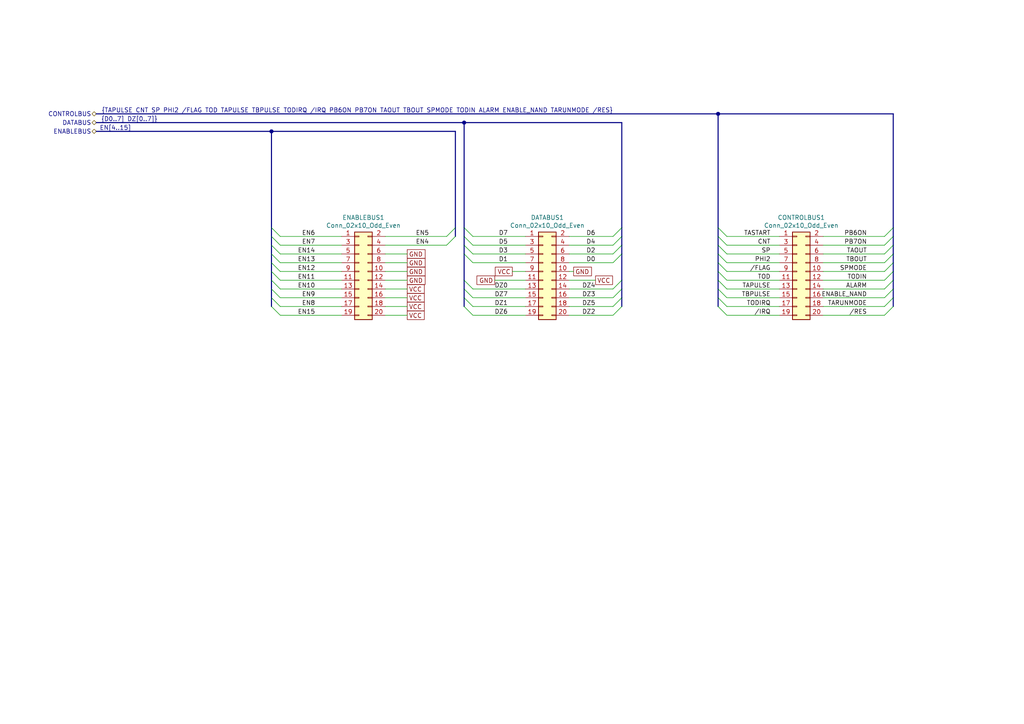
<source format=kicad_sch>
(kicad_sch (version 20201015) (generator eeschema)
  (paper "A4")
  (lib_symbols
    (symbol "Connector_Generic:Conn_02x10_Odd_Even" (pin_names (offset 1.016) hide)
      (property "Reference" "J" (at 1.27 12.7 0))
      (property "Value" "Conn_02x10_Odd_Even" (at 1.27 -15.24 0))
      (symbol "Conn_02x10_Odd_Even_1_1"
        (rectangle (start -1.27 -4.953) (end 0 -5.207) (stroke (width 0.1524)))
        (rectangle (start -1.27 -7.493) (end 0 -7.747) (stroke (width 0.1524)))
        (rectangle (start -1.27 -10.033) (end 0 -10.287) (stroke (width 0.1524)))
        (rectangle (start -1.27 -12.573) (end 0 -12.827) (stroke (width 0.1524)))
        (rectangle (start -1.27 -2.413) (end 0 -2.667) (stroke (width 0.1524)))
        (rectangle (start -1.27 2.667) (end 0 2.413) (stroke (width 0.1524)))
        (rectangle (start -1.27 5.207) (end 0 4.953) (stroke (width 0.1524)))
        (rectangle (start -1.27 7.747) (end 0 7.493) (stroke (width 0.1524)))
        (rectangle (start -1.27 10.287) (end 0 10.033) (stroke (width 0.1524)))
        (rectangle (start -1.27 11.43) (end 3.81 -13.97) (stroke (width 0.254)) (fill (type background)))
        (rectangle (start -1.27 0.127) (end 0 -0.127) (stroke (width 0.1524)))
        (rectangle (start 3.81 -4.953) (end 2.54 -5.207) (stroke (width 0.1524)))
        (rectangle (start 3.81 -7.493) (end 2.54 -7.747) (stroke (width 0.1524)))
        (rectangle (start 3.81 -10.033) (end 2.54 -10.287) (stroke (width 0.1524)))
        (rectangle (start 3.81 -12.573) (end 2.54 -12.827) (stroke (width 0.1524)))
        (rectangle (start 3.81 -2.413) (end 2.54 -2.667) (stroke (width 0.1524)))
        (rectangle (start 3.81 2.667) (end 2.54 2.413) (stroke (width 0.1524)))
        (rectangle (start 3.81 5.207) (end 2.54 4.953) (stroke (width 0.1524)))
        (rectangle (start 3.81 7.747) (end 2.54 7.493) (stroke (width 0.1524)))
        (rectangle (start 3.81 10.287) (end 2.54 10.033) (stroke (width 0.1524)))
        (rectangle (start 3.81 0.127) (end 2.54 -0.127) (stroke (width 0.1524)))
        (pin passive line (at -5.08 10.16 0) (length 3.81) (name "Pin_1") (number "1"))
        (pin passive line (at 7.62 0 180) (length 3.81) (name "Pin_10") (number "10"))
        (pin passive line (at -5.08 -2.54 0) (length 3.81) (name "Pin_11") (number "11"))
        (pin passive line (at 7.62 -2.54 180) (length 3.81) (name "Pin_12") (number "12"))
        (pin passive line (at -5.08 -5.08 0) (length 3.81) (name "Pin_13") (number "13"))
        (pin passive line (at 7.62 -5.08 180) (length 3.81) (name "Pin_14") (number "14"))
        (pin passive line (at -5.08 -7.62 0) (length 3.81) (name "Pin_15") (number "15"))
        (pin passive line (at 7.62 -7.62 180) (length 3.81) (name "Pin_16") (number "16"))
        (pin passive line (at -5.08 -10.16 0) (length 3.81) (name "Pin_17") (number "17"))
        (pin passive line (at 7.62 -10.16 180) (length 3.81) (name "Pin_18") (number "18"))
        (pin passive line (at -5.08 -12.7 0) (length 3.81) (name "Pin_19") (number "19"))
        (pin passive line (at 7.62 10.16 180) (length 3.81) (name "Pin_2") (number "2"))
        (pin passive line (at 7.62 -12.7 180) (length 3.81) (name "Pin_20") (number "20"))
        (pin passive line (at -5.08 7.62 0) (length 3.81) (name "Pin_3") (number "3"))
        (pin passive line (at 7.62 7.62 180) (length 3.81) (name "Pin_4") (number "4"))
        (pin passive line (at -5.08 5.08 0) (length 3.81) (name "Pin_5") (number "5"))
        (pin passive line (at 7.62 5.08 180) (length 3.81) (name "Pin_6") (number "6"))
        (pin passive line (at -5.08 2.54 0) (length 3.81) (name "Pin_7") (number "7"))
        (pin passive line (at 7.62 2.54 180) (length 3.81) (name "Pin_8") (number "8"))
        (pin passive line (at -5.08 0 0) (length 3.81) (name "Pin_9") (number "9"))
      )
    )
  )
  (junction (at 78.74 38.1) (diameter 1.016))
  (junction (at 134.62 35.56) (diameter 1.016))
  (junction (at 208.28 33.02) (diameter 1.016))
  (bus_entry (at 78.74 66.04) (size 2.54 2.54) (stroke (width 0.1524)))
  (bus_entry (at 78.74 68.58) (size 2.54 2.54) (stroke (width 0.1524)))
  (bus_entry (at 78.74 71.12) (size 2.54 2.54) (stroke (width 0.1524)))
  (bus_entry (at 78.74 73.66) (size 2.54 2.54) (stroke (width 0.1524)))
  (bus_entry (at 78.74 76.2) (size 2.54 2.54) (stroke (width 0.1524)))
  (bus_entry (at 78.74 78.74) (size 2.54 2.54) (stroke (width 0.1524)))
  (bus_entry (at 78.74 81.28) (size 2.54 2.54) (stroke (width 0.1524)))
  (bus_entry (at 78.74 83.82) (size 2.54 2.54) (stroke (width 0.1524)))
  (bus_entry (at 78.74 86.36) (size 2.54 2.54) (stroke (width 0.1524)))
  (bus_entry (at 78.74 88.9) (size 2.54 2.54) (stroke (width 0.1524)))
  (bus_entry (at 132.08 66.04) (size -2.54 2.54) (stroke (width 0.1524)))
  (bus_entry (at 132.08 68.58) (size -2.54 2.54) (stroke (width 0.1524)))
  (bus_entry (at 134.62 66.04) (size 2.54 2.54) (stroke (width 0.1524)))
  (bus_entry (at 134.62 68.58) (size 2.54 2.54) (stroke (width 0.1524)))
  (bus_entry (at 134.62 71.12) (size 2.54 2.54) (stroke (width 0.1524)))
  (bus_entry (at 134.62 73.66) (size 2.54 2.54) (stroke (width 0.1524)))
  (bus_entry (at 134.62 81.28) (size 2.54 2.54) (stroke (width 0.1524)))
  (bus_entry (at 134.62 83.82) (size 2.54 2.54) (stroke (width 0.1524)))
  (bus_entry (at 134.62 86.36) (size 2.54 2.54) (stroke (width 0.1524)))
  (bus_entry (at 134.62 88.9) (size 2.54 2.54) (stroke (width 0.1524)))
  (bus_entry (at 180.34 66.04) (size -2.54 2.54) (stroke (width 0.1524)))
  (bus_entry (at 180.34 68.58) (size -2.54 2.54) (stroke (width 0.1524)))
  (bus_entry (at 180.34 71.12) (size -2.54 2.54) (stroke (width 0.1524)))
  (bus_entry (at 180.34 73.66) (size -2.54 2.54) (stroke (width 0.1524)))
  (bus_entry (at 180.34 81.28) (size -2.54 2.54) (stroke (width 0.1524)))
  (bus_entry (at 180.34 83.82) (size -2.54 2.54) (stroke (width 0.1524)))
  (bus_entry (at 180.34 86.36) (size -2.54 2.54) (stroke (width 0.1524)))
  (bus_entry (at 180.34 88.9) (size -2.54 2.54) (stroke (width 0.1524)))
  (bus_entry (at 208.28 66.04) (size 2.54 2.54) (stroke (width 0.1524)))
  (bus_entry (at 208.28 68.58) (size 2.54 2.54) (stroke (width 0.1524)))
  (bus_entry (at 208.28 71.12) (size 2.54 2.54) (stroke (width 0.1524)))
  (bus_entry (at 208.28 73.66) (size 2.54 2.54) (stroke (width 0.1524)))
  (bus_entry (at 208.28 76.2) (size 2.54 2.54) (stroke (width 0.1524)))
  (bus_entry (at 208.28 78.74) (size 2.54 2.54) (stroke (width 0.1524)))
  (bus_entry (at 208.28 81.28) (size 2.54 2.54) (stroke (width 0.1524)))
  (bus_entry (at 208.28 83.82) (size 2.54 2.54) (stroke (width 0.1524)))
  (bus_entry (at 208.28 86.36) (size 2.54 2.54) (stroke (width 0.1524)))
  (bus_entry (at 208.28 88.9) (size 2.54 2.54) (stroke (width 0.1524)))
  (bus_entry (at 259.08 66.04) (size -2.54 2.54) (stroke (width 0.1524)))
  (bus_entry (at 259.08 68.58) (size -2.54 2.54) (stroke (width 0.1524)))
  (bus_entry (at 259.08 71.12) (size -2.54 2.54) (stroke (width 0.1524)))
  (bus_entry (at 259.08 73.66) (size -2.54 2.54) (stroke (width 0.1524)))
  (bus_entry (at 259.08 76.2) (size -2.54 2.54) (stroke (width 0.1524)))
  (bus_entry (at 259.08 78.74) (size -2.54 2.54) (stroke (width 0.1524)))
  (bus_entry (at 259.08 81.28) (size -2.54 2.54) (stroke (width 0.1524)))
  (bus_entry (at 259.08 83.82) (size -2.54 2.54) (stroke (width 0.1524)))
  (bus_entry (at 259.08 86.36) (size -2.54 2.54) (stroke (width 0.1524)))
  (bus_entry (at 259.08 88.9) (size -2.54 2.54) (stroke (width 0.1524)))
  (wire (pts (xy 81.28 68.58) (xy 99.06 68.58)))
  (wire (pts (xy 81.28 71.12) (xy 99.06 71.12)))
  (wire (pts (xy 81.28 73.66) (xy 99.06 73.66)))
  (wire (pts (xy 81.28 76.2) (xy 99.06 76.2)))
  (wire (pts (xy 81.28 78.74) (xy 99.06 78.74)))
  (wire (pts (xy 81.28 81.28) (xy 99.06 81.28)))
  (wire (pts (xy 81.28 83.82) (xy 99.06 83.82)))
  (wire (pts (xy 81.28 86.36) (xy 99.06 86.36)))
  (wire (pts (xy 81.28 88.9) (xy 99.06 88.9)))
  (wire (pts (xy 81.28 91.44) (xy 99.06 91.44)))
  (wire (pts (xy 111.76 68.58) (xy 129.54 68.58)))
  (wire (pts (xy 111.76 71.12) (xy 129.54 71.12)))
  (wire (pts (xy 111.76 73.66) (xy 118.11 73.66)))
  (wire (pts (xy 111.76 76.2) (xy 118.11 76.2)))
  (wire (pts (xy 111.76 78.74) (xy 118.11 78.74)))
  (wire (pts (xy 111.76 81.28) (xy 118.11 81.28)))
  (wire (pts (xy 111.76 83.82) (xy 118.11 83.82)))
  (wire (pts (xy 111.76 86.36) (xy 118.11 86.36)))
  (wire (pts (xy 111.76 88.9) (xy 118.11 88.9)))
  (wire (pts (xy 111.76 91.44) (xy 118.11 91.44)))
  (wire (pts (xy 137.16 68.58) (xy 152.4 68.58)))
  (wire (pts (xy 137.16 71.12) (xy 152.4 71.12)))
  (wire (pts (xy 137.16 73.66) (xy 152.4 73.66)))
  (wire (pts (xy 137.16 76.2) (xy 152.4 76.2)))
  (wire (pts (xy 137.16 83.82) (xy 152.4 83.82)))
  (wire (pts (xy 137.16 86.36) (xy 152.4 86.36)))
  (wire (pts (xy 137.16 88.9) (xy 152.4 88.9)))
  (wire (pts (xy 137.16 91.44) (xy 152.4 91.44)))
  (wire (pts (xy 143.51 81.28) (xy 152.4 81.28)))
  (wire (pts (xy 148.59 78.74) (xy 152.4 78.74)))
  (wire (pts (xy 165.1 68.58) (xy 177.8 68.58)))
  (wire (pts (xy 165.1 71.12) (xy 177.8 71.12)))
  (wire (pts (xy 165.1 73.66) (xy 177.8 73.66)))
  (wire (pts (xy 165.1 76.2) (xy 177.8 76.2)))
  (wire (pts (xy 165.1 78.74) (xy 166.37 78.74)))
  (wire (pts (xy 165.1 81.28) (xy 172.72 81.28)))
  (wire (pts (xy 165.1 83.82) (xy 177.8 83.82)))
  (wire (pts (xy 165.1 86.36) (xy 177.8 86.36)))
  (wire (pts (xy 165.1 88.9) (xy 177.8 88.9)))
  (wire (pts (xy 165.1 91.44) (xy 177.8 91.44)))
  (wire (pts (xy 210.82 68.58) (xy 226.06 68.58)))
  (wire (pts (xy 210.82 71.12) (xy 226.06 71.12)))
  (wire (pts (xy 210.82 73.66) (xy 226.06 73.66)))
  (wire (pts (xy 210.82 76.2) (xy 226.06 76.2)))
  (wire (pts (xy 210.82 78.74) (xy 226.06 78.74)))
  (wire (pts (xy 210.82 81.28) (xy 226.06 81.28)))
  (wire (pts (xy 210.82 83.82) (xy 226.06 83.82)))
  (wire (pts (xy 210.82 86.36) (xy 226.06 86.36)))
  (wire (pts (xy 210.82 88.9) (xy 226.06 88.9)))
  (wire (pts (xy 210.82 91.44) (xy 226.06 91.44)))
  (wire (pts (xy 238.76 68.58) (xy 256.54 68.58)))
  (wire (pts (xy 238.76 71.12) (xy 256.54 71.12)))
  (wire (pts (xy 238.76 73.66) (xy 256.54 73.66)))
  (wire (pts (xy 238.76 76.2) (xy 256.54 76.2)))
  (wire (pts (xy 238.76 78.74) (xy 256.54 78.74)))
  (wire (pts (xy 238.76 81.28) (xy 256.54 81.28)))
  (wire (pts (xy 238.76 83.82) (xy 256.54 83.82)))
  (wire (pts (xy 238.76 86.36) (xy 256.54 86.36)))
  (wire (pts (xy 238.76 88.9) (xy 256.54 88.9)))
  (wire (pts (xy 238.76 91.44) (xy 256.54 91.44)))
  (bus (pts (xy 27.94 33.02) (xy 208.28 33.02)))
  (bus (pts (xy 27.94 35.56) (xy 134.62 35.56)))
  (bus (pts (xy 27.94 38.1) (xy 78.74 38.1)))
  (bus (pts (xy 78.74 38.1) (xy 78.74 66.04)))
  (bus (pts (xy 78.74 38.1) (xy 132.08 38.1)))
  (bus (pts (xy 78.74 66.04) (xy 78.74 68.58)))
  (bus (pts (xy 78.74 68.58) (xy 78.74 71.12)))
  (bus (pts (xy 78.74 71.12) (xy 78.74 73.66)))
  (bus (pts (xy 78.74 73.66) (xy 78.74 76.2)))
  (bus (pts (xy 78.74 76.2) (xy 78.74 78.74)))
  (bus (pts (xy 78.74 78.74) (xy 78.74 81.28)))
  (bus (pts (xy 78.74 81.28) (xy 78.74 83.82)))
  (bus (pts (xy 78.74 83.82) (xy 78.74 86.36)))
  (bus (pts (xy 78.74 86.36) (xy 78.74 88.9)))
  (bus (pts (xy 132.08 38.1) (xy 132.08 66.04)))
  (bus (pts (xy 132.08 66.04) (xy 132.08 68.58)))
  (bus (pts (xy 134.62 35.56) (xy 134.62 66.04)))
  (bus (pts (xy 134.62 35.56) (xy 180.34 35.56)))
  (bus (pts (xy 134.62 66.04) (xy 134.62 68.58)))
  (bus (pts (xy 134.62 68.58) (xy 134.62 71.12)))
  (bus (pts (xy 134.62 71.12) (xy 134.62 73.66)))
  (bus (pts (xy 134.62 73.66) (xy 134.62 81.28)))
  (bus (pts (xy 134.62 81.28) (xy 134.62 83.82)))
  (bus (pts (xy 134.62 83.82) (xy 134.62 86.36)))
  (bus (pts (xy 134.62 86.36) (xy 134.62 88.9)))
  (bus (pts (xy 180.34 35.56) (xy 180.34 66.04)))
  (bus (pts (xy 180.34 66.04) (xy 180.34 68.58)))
  (bus (pts (xy 180.34 68.58) (xy 180.34 71.12)))
  (bus (pts (xy 180.34 71.12) (xy 180.34 73.66)))
  (bus (pts (xy 180.34 73.66) (xy 180.34 81.28)))
  (bus (pts (xy 180.34 81.28) (xy 180.34 83.82)))
  (bus (pts (xy 180.34 83.82) (xy 180.34 86.36)))
  (bus (pts (xy 180.34 86.36) (xy 180.34 88.9)))
  (bus (pts (xy 208.28 33.02) (xy 208.28 66.04)))
  (bus (pts (xy 208.28 33.02) (xy 259.08 33.02)))
  (bus (pts (xy 208.28 66.04) (xy 208.28 68.58)))
  (bus (pts (xy 208.28 68.58) (xy 208.28 71.12)))
  (bus (pts (xy 208.28 71.12) (xy 208.28 73.66)))
  (bus (pts (xy 208.28 73.66) (xy 208.28 76.2)))
  (bus (pts (xy 208.28 76.2) (xy 208.28 78.74)))
  (bus (pts (xy 208.28 78.74) (xy 208.28 81.28)))
  (bus (pts (xy 208.28 81.28) (xy 208.28 83.82)))
  (bus (pts (xy 208.28 83.82) (xy 208.28 86.36)))
  (bus (pts (xy 208.28 86.36) (xy 208.28 88.9)))
  (bus (pts (xy 259.08 33.02) (xy 259.08 66.04)))
  (bus (pts (xy 259.08 66.04) (xy 259.08 68.58)))
  (bus (pts (xy 259.08 68.58) (xy 259.08 71.12)))
  (bus (pts (xy 259.08 71.12) (xy 259.08 73.66)))
  (bus (pts (xy 259.08 73.66) (xy 259.08 76.2)))
  (bus (pts (xy 259.08 76.2) (xy 259.08 78.74)))
  (bus (pts (xy 259.08 78.74) (xy 259.08 81.28)))
  (bus (pts (xy 259.08 81.28) (xy 259.08 83.82)))
  (bus (pts (xy 259.08 83.82) (xy 259.08 86.36)))
  (bus (pts (xy 259.08 86.36) (xy 259.08 88.9)))
  (label "EN[4..15]" (at 38.1 38.1 180))
  (label "{D0..7] DZ[0..7]}" (at 45.72 35.56 180))
  (label "EN6" (at 91.44 68.58 180))
  (label "EN7" (at 91.44 71.12 180))
  (label "EN14" (at 91.44 73.66 180))
  (label "EN13" (at 91.44 76.2 180))
  (label "EN12" (at 91.44 78.74 180))
  (label "EN11" (at 91.44 81.28 180))
  (label "EN10" (at 91.44 83.82 180))
  (label "EN9" (at 91.44 86.36 180))
  (label "EN8" (at 91.44 88.9 180))
  (label "EN15" (at 91.44 91.44 180))
  (label "EN5" (at 124.46 68.58 180))
  (label "EN4" (at 124.46 71.12 180))
  (label "D7" (at 147.32 68.58 180))
  (label "D5" (at 147.32 71.12 180))
  (label "D3" (at 147.32 73.66 180))
  (label "D1" (at 147.32 76.2 180))
  (label "DZ0" (at 147.32 83.82 180))
  (label "DZ7" (at 147.32 86.36 180))
  (label "DZ1" (at 147.32 88.9 180))
  (label "DZ6" (at 147.32 91.44 180))
  (label "D6" (at 172.72 68.58 180))
  (label "D4" (at 172.72 71.12 180))
  (label "D2" (at 172.72 73.66 180))
  (label "D0" (at 172.72 76.2 180))
  (label "DZ4" (at 172.72 83.82 180))
  (label "DZ3" (at 172.72 86.36 180))
  (label "DZ5" (at 172.72 88.9 180))
  (label "DZ2" (at 172.72 91.44 180))
  (label "{TAPULSE CNT SP PHI2 {slash}FLAG TOD TAPULSE TBPULSE TODIRQ {slash}IRQ PB6ON PB7ON TAOUT TBOUT SPMODE TODIN ALARM ENABLE_NAND TARUNMODE {slash}RES}" (at 177.8 33.02 0))
  (label "TASTART" (at 223.52 68.58 180))
  (label "CNT" (at 223.52 71.12 180))
  (label "SP" (at 223.52 73.66 180))
  (label "PHI2" (at 223.52 76.2 180))
  (label "{slash}FLAG" (at 223.52 78.74 180))
  (label "TOD" (at 223.52 81.28 180))
  (label "TAPULSE" (at 223.52 83.82 180))
  (label "TBPULSE" (at 223.52 86.36 180))
  (label "TODIRQ" (at 223.52 88.9 180))
  (label "{slash}IRQ" (at 223.52 91.44 180))
  (label "PB6ON" (at 251.46 68.58 180))
  (label "PB7ON" (at 251.46 71.12 180))
  (label "TAOUT" (at 251.46 73.66 180))
  (label "TBOUT" (at 251.46 76.2 180))
  (label "SPMODE" (at 251.46 78.74 180))
  (label "TODIN" (at 251.46 81.28 180))
  (label "ALARM" (at 251.46 83.82 180))
  (label "ENABLE_NAND" (at 251.46 86.36 180))
  (label "TARUNMODE" (at 251.46 88.9 180))
  (label "{slash}RES" (at 251.46 91.44 180))
  (global_label "GND" (shape passive) (at 118.11 73.66 0) (property "Intersheet References" "${INTERSHEET_REFS}" (effects hide)))
  (global_label "GND" (shape passive) (at 118.11 76.2 0) (property "Intersheet References" "${INTERSHEET_REFS}" (effects hide)))
  (global_label "GND" (shape passive) (at 118.11 78.74 0) (property "Intersheet References" "${INTERSHEET_REFS}" (effects hide)))
  (global_label "GND" (shape passive) (at 118.11 81.28 0) (property "Intersheet References" "${INTERSHEET_REFS}" (effects hide)))
  (global_label "VCC" (shape passive) (at 118.11 83.82 0) (property "Intersheet References" "${INTERSHEET_REFS}" (effects hide)))
  (global_label "VCC" (shape passive) (at 118.11 86.36 0) (property "Intersheet References" "${INTERSHEET_REFS}" (effects hide)))
  (global_label "VCC" (shape passive) (at 118.11 88.9 0) (property "Intersheet References" "${INTERSHEET_REFS}" (effects hide)))
  (global_label "VCC" (shape passive) (at 118.11 91.44 0) (property "Intersheet References" "${INTERSHEET_REFS}" (effects hide)))
  (global_label "GND" (shape passive) (at 143.51 81.28 180) (property "Intersheet References" "${INTERSHEET_REFS}" (effects hide)))
  (global_label "VCC" (shape passive) (at 148.59 78.74 180) (property "Intersheet References" "${INTERSHEET_REFS}" (effects hide)))
  (global_label "GND" (shape passive) (at 166.37 78.74 0) (property "Intersheet References" "${INTERSHEET_REFS}" (effects hide)))
  (global_label "VCC" (shape passive) (at 172.72 81.28 0) (property "Intersheet References" "${INTERSHEET_REFS}" (effects hide)))
  (hierarchical_label "CONTROLBUS" (shape bidirectional) (at 27.94 33.02 180))
  (hierarchical_label "DATABUS" (shape bidirectional) (at 27.94 35.56 180))
  (hierarchical_label "ENABLEBUS" (shape bidirectional) (at 27.94 38.1 180))
  (symbol (lib_id "Connector_Generic:Conn_02x10_Odd_Even") (at 104.14 78.74 0) (unit 1)
    (property "Reference" "ENABLEBUS1" (at 105.41 63.0998 0))
    (property "Value" "Conn_02x10_Odd_Even" (at 105.41 65.3985 0))
    (property "Footprint" "Connector_PinHeader_2.54mm:PinHeader_2x10_P2.54mm_Vertical" (effects hide))
  )
  (symbol (lib_id "Connector_Generic:Conn_02x10_Odd_Even") (at 157.48 78.74 0) (unit 1)
    (property "Reference" "DATABUS1" (at 158.75 63.0998 0))
    (property "Value" "Conn_02x10_Odd_Even" (at 158.75 65.3985 0))
    (property "Footprint" "Connector_PinHeader_2.54mm:PinHeader_2x10_P2.54mm_Vertical" (effects hide))
  )
  (symbol (lib_id "Connector_Generic:Conn_02x10_Odd_Even") (at 231.14 78.74 0) (unit 1)
    (property "Reference" "CONTROLBUS1" (at 232.41 63.0998 0))
    (property "Value" "Conn_02x10_Odd_Even" (at 232.41 65.3985 0))
    (property "Footprint" "Connector_PinHeader_2.54mm:PinHeader_2x10_P2.54mm_Vertical" (effects hide))
  )
)
</source>
